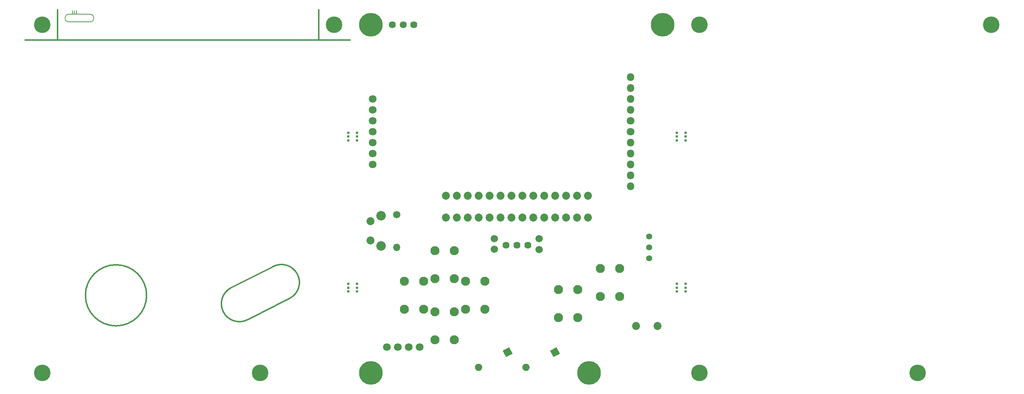
<source format=gbr>
G04 #@! TF.GenerationSoftware,KiCad,Pcbnew,(5.1.9-0-10_14)*
G04 #@! TF.CreationDate,2021-02-12T07:08:18-08:00*
G04 #@! TF.ProjectId,system,73797374-656d-42e6-9b69-6361645f7063,1.0-dev2*
G04 #@! TF.SameCoordinates,Original*
G04 #@! TF.FileFunction,Soldermask,Top*
G04 #@! TF.FilePolarity,Negative*
%FSLAX46Y46*%
G04 Gerber Fmt 4.6, Leading zero omitted, Abs format (unit mm)*
G04 Created by KiCad (PCBNEW (5.1.9-0-10_14)) date 2021-02-12 07:08:18*
%MOMM*%
%LPD*%
G01*
G04 APERTURE LIST*
%ADD10C,0.300000*%
%ADD11C,0.150000*%
%ADD12C,1.801600*%
%ADD13C,2.101600*%
%ADD14C,3.851600*%
%ADD15C,1.851600*%
%ADD16C,1.401600*%
%ADD17C,0.609600*%
%ADD18O,1.801600X1.801600*%
%ADD19C,5.501599*%
%ADD20C,5.501600*%
%ADD21C,1.701600*%
%ADD22O,1.701600X1.701600*%
%ADD23C,1.625600*%
%ADD24C,2.201600*%
%ADD25C,1.621600*%
G04 APERTURE END LIST*
D10*
X77141378Y-138760262D02*
G75*
G02*
X73281622Y-131345738I-1929878J3707262D01*
G01*
X83060622Y-126392738D02*
G75*
G02*
X86920378Y-133807262I1929878J-3707262D01*
G01*
X86920378Y-133807262D02*
X77141378Y-138760262D01*
X83060622Y-126392738D02*
X73281622Y-131345738D01*
D11*
X37395000Y-66865500D02*
X37395000Y-67691000D01*
X36895000Y-66865500D02*
X36895000Y-67691000D01*
X36395000Y-66865500D02*
X36395000Y-67691000D01*
X40513000Y-67691000D02*
G75*
G02*
X40513000Y-69469000I0J-889000D01*
G01*
X35560000Y-69469000D02*
G75*
G02*
X35560000Y-67691000I0J889000D01*
G01*
X35560000Y-67691000D02*
X40513000Y-67691000D01*
X40513000Y-69469000D02*
X35560000Y-69469000D01*
D10*
X93654500Y-66675000D02*
X93654500Y-73660000D01*
X32964500Y-66675000D02*
X32964500Y-73660000D01*
X25400000Y-73660000D02*
X100965000Y-73660000D01*
X53657500Y-133096000D02*
G75*
G03*
X53657500Y-133096000I-7112000J0D01*
G01*
X77141378Y-138760262D02*
G75*
G02*
X73281622Y-131345738I-1929878J3707262D01*
G01*
X83060622Y-126392738D02*
G75*
G02*
X86920378Y-133807262I1929878J-3707262D01*
G01*
X86920378Y-133807262D02*
X77141378Y-138760262D01*
X83060622Y-126392738D02*
X73281622Y-131345738D01*
D11*
X37395000Y-66865500D02*
X37395000Y-67691000D01*
X36895000Y-66865500D02*
X36895000Y-67691000D01*
X36395000Y-66865500D02*
X36395000Y-67691000D01*
X40513000Y-67691000D02*
G75*
G02*
X40513000Y-69469000I0J-889000D01*
G01*
X35560000Y-69469000D02*
G75*
G02*
X35560000Y-67691000I0J889000D01*
G01*
X35560000Y-67691000D02*
X40513000Y-67691000D01*
X40513000Y-69469000D02*
X35560000Y-69469000D01*
D10*
X93654500Y-66675000D02*
X93654500Y-73660000D01*
X32964500Y-66675000D02*
X32964500Y-73660000D01*
X25400000Y-73660000D02*
X100965000Y-73660000D01*
X53657500Y-133096000D02*
G75*
G03*
X53657500Y-133096000I-7112000J0D01*
G01*
D12*
X106200000Y-102616000D03*
X106200000Y-100076000D03*
X106200000Y-97536000D03*
X106200000Y-94996000D03*
X106200000Y-92456000D03*
X106200000Y-89916000D03*
X106200000Y-87376000D03*
D13*
X153852000Y-138303000D03*
X149352000Y-138303000D03*
X153852000Y-131803000D03*
X149352000Y-131803000D03*
X163631000Y-133350000D03*
X159131000Y-133350000D03*
X163631000Y-126850000D03*
X159131000Y-126850000D03*
X125186000Y-129234000D03*
X120686000Y-129234000D03*
X125186000Y-122734000D03*
X120686000Y-122734000D03*
X120686000Y-136958000D03*
X125186000Y-136958000D03*
X120686000Y-143458000D03*
X125186000Y-143458000D03*
X118074000Y-136346000D03*
X113574000Y-136346000D03*
X118074000Y-129846000D03*
X113574000Y-129846000D03*
X127798000Y-129846000D03*
X132298000Y-129846000D03*
X127798000Y-136346000D03*
X132298000Y-136346000D03*
D14*
X249999500Y-70104000D03*
X232854500Y-151130000D03*
X182181500Y-70104000D03*
X182181500Y-151130000D03*
D15*
X156210000Y-109920000D03*
X153670000Y-109920000D03*
X151130000Y-109920000D03*
X148590000Y-109920000D03*
X146050000Y-109920000D03*
X143510000Y-109920000D03*
X140970000Y-109920000D03*
X138430000Y-109920000D03*
X135890000Y-109920000D03*
X133350000Y-109920000D03*
X130810000Y-109920000D03*
X128270000Y-109920000D03*
X125730000Y-109920000D03*
X123190000Y-109920000D03*
X123190000Y-115000000D03*
X125730000Y-115000000D03*
X128270000Y-115000000D03*
X130810000Y-115000000D03*
X133350000Y-115000000D03*
X135890000Y-115000000D03*
X156210000Y-115000000D03*
X153670000Y-115000000D03*
X151130000Y-115000000D03*
X148590000Y-115000000D03*
X146050000Y-115000000D03*
X143510000Y-115000000D03*
X138430000Y-115000000D03*
X140970000Y-115000000D03*
D16*
X170434000Y-121920000D03*
X170434000Y-124460000D03*
X170434000Y-119380000D03*
D14*
X97218500Y-70104000D03*
X80073500Y-151130000D03*
X29400500Y-70104000D03*
X29400500Y-151130000D03*
D17*
X178911000Y-131318000D03*
X178911000Y-130429000D03*
X178911000Y-132207000D03*
X176879000Y-130429000D03*
X176879000Y-131318000D03*
X176879000Y-132207000D03*
X176879000Y-97028000D03*
X176879000Y-96139000D03*
X176879000Y-95250000D03*
X178911000Y-97028000D03*
X178911000Y-95250000D03*
X178911000Y-96139000D03*
X100489000Y-96139000D03*
X100489000Y-97028000D03*
X100489000Y-95250000D03*
X102521000Y-97028000D03*
X102521000Y-96139000D03*
X102521000Y-95250000D03*
X102521000Y-130429000D03*
X102521000Y-131318000D03*
X102521000Y-132207000D03*
X100489000Y-130429000D03*
X100489000Y-132207000D03*
X100489000Y-131318000D03*
D18*
X166116000Y-107696000D03*
X166116000Y-97536000D03*
X166116000Y-105156000D03*
X166116000Y-100076000D03*
X166116000Y-102616000D03*
X166116000Y-82296000D03*
D12*
X166116000Y-94996000D03*
D18*
X166116000Y-84836000D03*
X166116000Y-87376000D03*
X166116000Y-89916000D03*
D12*
X166116000Y-92456000D03*
D19*
X105791000Y-151130000D03*
X105791000Y-70104000D03*
X156464000Y-151130000D03*
D20*
X173609000Y-70104000D03*
D15*
X172426000Y-140208000D03*
X167426000Y-140208000D03*
D21*
X134493000Y-119888000D03*
X134493000Y-122388000D03*
X144907000Y-119928000D03*
X144907000Y-122428000D03*
G36*
G01*
X142585646Y-149467144D02*
X142585646Y-149467144D01*
G75*
G02*
X142223833Y-150614669I-754669J-392856D01*
G01*
X142223833Y-150614669D01*
G75*
G02*
X141076308Y-150252856I-392856J754669D01*
G01*
X141076308Y-150252856D01*
G75*
G02*
X141438121Y-149105331I754669J392856D01*
G01*
X141438121Y-149105331D01*
G75*
G02*
X142585646Y-149467144I392856J-754669D01*
G01*
G37*
G36*
G01*
X148975270Y-145239011D02*
X149714068Y-146658229D01*
G75*
G02*
X149692465Y-146726746I-45060J-23457D01*
G01*
X148273247Y-147465544D01*
G75*
G02*
X148204730Y-147443941I-23457J45060D01*
G01*
X147465932Y-146024723D01*
G75*
G02*
X147487535Y-145956206I45060J23457D01*
G01*
X148906753Y-145217408D01*
G75*
G02*
X148975270Y-145239011I23457J-45060D01*
G01*
G37*
G36*
G01*
X137954293Y-145239011D02*
X138693091Y-146658229D01*
G75*
G02*
X138671488Y-146726746I-45060J-23457D01*
G01*
X137252270Y-147465544D01*
G75*
G02*
X137183753Y-147443941I-23457J45060D01*
G01*
X136444955Y-146024723D01*
G75*
G02*
X136466558Y-145956206I45060J23457D01*
G01*
X137885776Y-145217408D01*
G75*
G02*
X137954293Y-145239011I23457J-45060D01*
G01*
G37*
G36*
G01*
X131564669Y-149467144D02*
X131564669Y-149467144D01*
G75*
G02*
X131202856Y-150614669I-754669J-392856D01*
G01*
X131202856Y-150614669D01*
G75*
G02*
X130055331Y-150252856I-392856J754669D01*
G01*
X130055331Y-150252856D01*
G75*
G02*
X130417144Y-149105331I754669J392856D01*
G01*
X130417144Y-149105331D01*
G75*
G02*
X131564669Y-149467144I392856J-754669D01*
G01*
G37*
X111760000Y-114300000D03*
D22*
X111760000Y-121920000D03*
D23*
X110794800Y-70104000D03*
X113284000Y-70104000D03*
X115773200Y-70104000D03*
D24*
X108154000Y-121584000D03*
D15*
X105664000Y-120324000D03*
X105664000Y-115824000D03*
D24*
X108154000Y-114574000D03*
D12*
X114554000Y-145161000D03*
X112014000Y-145161000D03*
X117094000Y-145161000D03*
X109474000Y-145161000D03*
D25*
X137160000Y-121412000D03*
X142240000Y-121412000D03*
X139700000Y-121412000D03*
M02*

</source>
